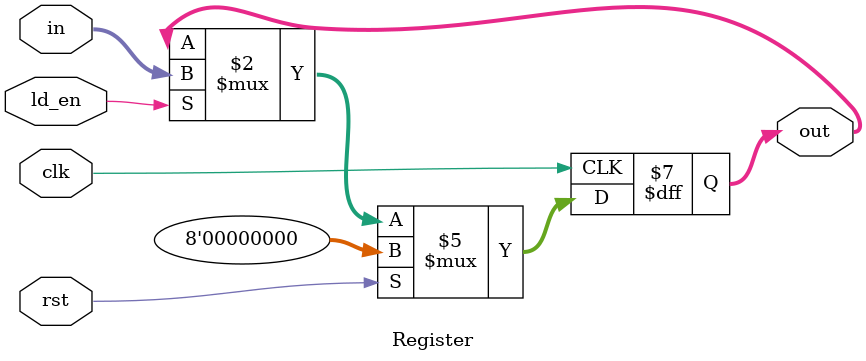
<source format=v>
module Register #(parameter n = 8) (
    input clk, // Clock
    input ld_en, // Load
    input rst, // Reset
    input [n-1:0] in, //Input
    output reg [n-1:0] out //Output
);

    always@(posedge clk) begin
      if(rst)
        out <= 'd0;
      else if(ld_en)
        out <= in;
    end

endmodule
</source>
